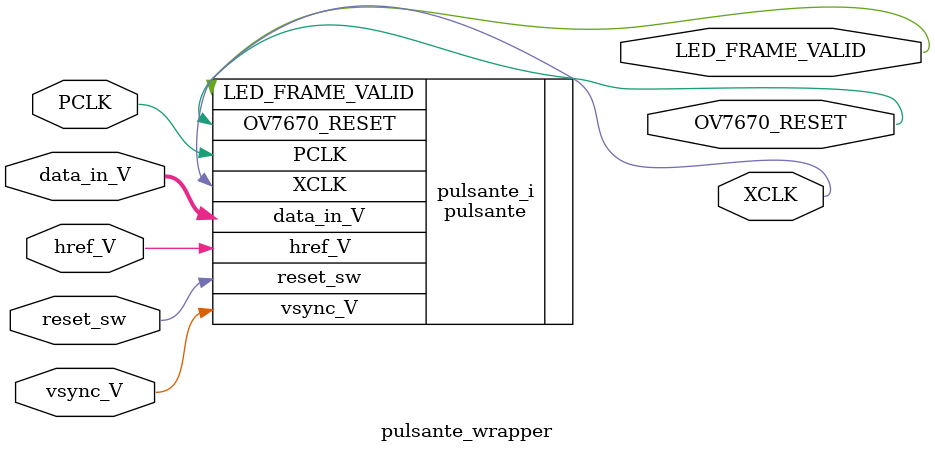
<source format=v>
`timescale 1 ps / 1 ps

module pulsante_wrapper
   (LED_FRAME_VALID,
    OV7670_RESET,
    PCLK,
    XCLK,
    data_in_V,
    href_V,
    reset_sw,
    vsync_V);
  output [0:0]LED_FRAME_VALID;
  output [0:0]OV7670_RESET;
  input PCLK;
  output XCLK;
  input [7:0]data_in_V;
  input [0:0]href_V;
  input reset_sw;
  input [0:0]vsync_V;

  wire [0:0]LED_FRAME_VALID;
  wire [0:0]OV7670_RESET;
  wire PCLK;
  wire XCLK;
  wire [7:0]data_in_V;
  wire [0:0]href_V;
  wire reset_sw;
  wire [0:0]vsync_V;

  pulsante pulsante_i
       (.LED_FRAME_VALID(LED_FRAME_VALID),
        .OV7670_RESET(OV7670_RESET),
        .PCLK(PCLK),
        .XCLK(XCLK),
        .data_in_V(data_in_V),
        .href_V(href_V),
        .reset_sw(reset_sw),
        .vsync_V(vsync_V));
endmodule

</source>
